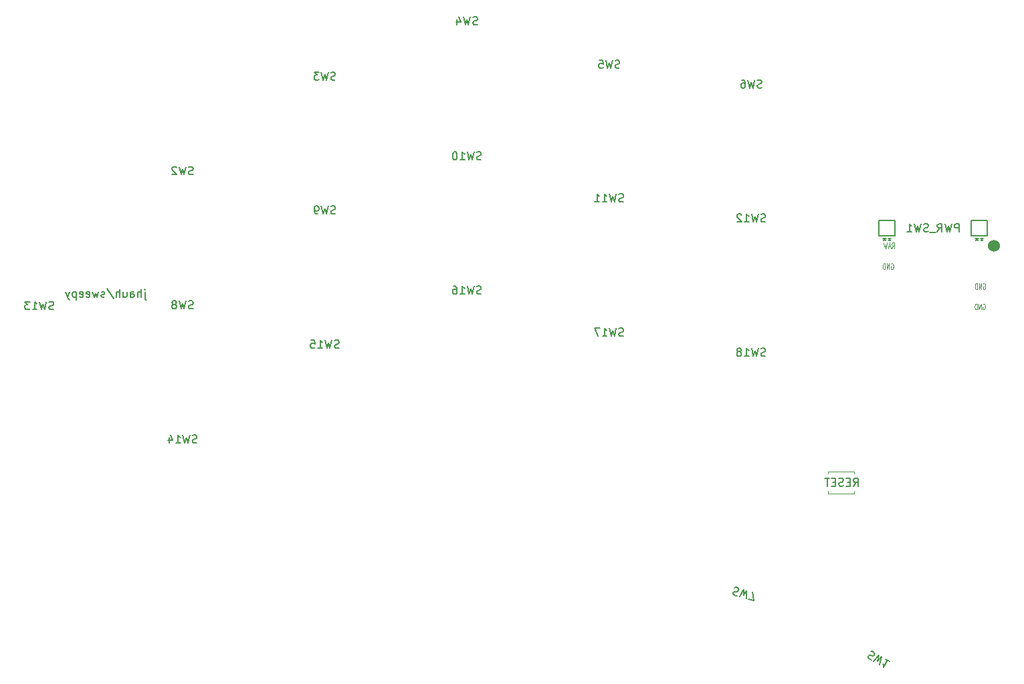
<source format=gbr>
%TF.GenerationSoftware,KiCad,Pcbnew,(6.0.5)*%
%TF.CreationDate,2022-06-20T13:52:22+01:00*%
%TF.ProjectId,Sweepy,53776565-7079-42e6-9b69-6361645f7063,rev?*%
%TF.SameCoordinates,Original*%
%TF.FileFunction,Legend,Bot*%
%TF.FilePolarity,Positive*%
%FSLAX46Y46*%
G04 Gerber Fmt 4.6, Leading zero omitted, Abs format (unit mm)*
G04 Created by KiCad (PCBNEW (6.0.5)) date 2022-06-20 13:52:22*
%MOMM*%
%LPD*%
G01*
G04 APERTURE LIST*
%ADD10C,0.150000*%
%ADD11C,0.125000*%
%ADD12C,0.120000*%
%ADD13C,1.524000*%
G04 APERTURE END LIST*
D10*
X38262805Y-58512139D02*
X38262805Y-59369282D01*
X38310425Y-59464520D01*
X38405663Y-59512139D01*
X38453282Y-59512139D01*
X38262805Y-58178805D02*
X38310425Y-58226425D01*
X38262805Y-58274044D01*
X38215186Y-58226425D01*
X38262805Y-58178805D01*
X38262805Y-58274044D01*
X37786615Y-59178805D02*
X37786615Y-58178805D01*
X37358044Y-59178805D02*
X37358044Y-58654996D01*
X37405663Y-58559758D01*
X37500901Y-58512139D01*
X37643758Y-58512139D01*
X37738996Y-58559758D01*
X37786615Y-58607377D01*
X36453282Y-59178805D02*
X36453282Y-58654996D01*
X36500901Y-58559758D01*
X36596139Y-58512139D01*
X36786615Y-58512139D01*
X36881853Y-58559758D01*
X36453282Y-59131186D02*
X36548520Y-59178805D01*
X36786615Y-59178805D01*
X36881853Y-59131186D01*
X36929472Y-59035948D01*
X36929472Y-58940710D01*
X36881853Y-58845472D01*
X36786615Y-58797853D01*
X36548520Y-58797853D01*
X36453282Y-58750234D01*
X35548520Y-58512139D02*
X35548520Y-59178805D01*
X35977091Y-58512139D02*
X35977091Y-59035948D01*
X35929472Y-59131186D01*
X35834234Y-59178805D01*
X35691377Y-59178805D01*
X35596139Y-59131186D01*
X35548520Y-59083567D01*
X35072329Y-59178805D02*
X35072329Y-58178805D01*
X34643758Y-59178805D02*
X34643758Y-58654996D01*
X34691377Y-58559758D01*
X34786615Y-58512139D01*
X34929472Y-58512139D01*
X35024710Y-58559758D01*
X35072329Y-58607377D01*
X33453282Y-58131186D02*
X34310425Y-59416901D01*
X33167567Y-59131186D02*
X33072329Y-59178805D01*
X32881853Y-59178805D01*
X32786615Y-59131186D01*
X32738996Y-59035948D01*
X32738996Y-58988329D01*
X32786615Y-58893091D01*
X32881853Y-58845472D01*
X33024710Y-58845472D01*
X33119948Y-58797853D01*
X33167567Y-58702615D01*
X33167567Y-58654996D01*
X33119948Y-58559758D01*
X33024710Y-58512139D01*
X32881853Y-58512139D01*
X32786615Y-58559758D01*
X32405663Y-58512139D02*
X32215186Y-59178805D01*
X32024710Y-58702615D01*
X31834234Y-59178805D01*
X31643758Y-58512139D01*
X30881853Y-59131186D02*
X30977091Y-59178805D01*
X31167567Y-59178805D01*
X31262805Y-59131186D01*
X31310425Y-59035948D01*
X31310425Y-58654996D01*
X31262805Y-58559758D01*
X31167567Y-58512139D01*
X30977091Y-58512139D01*
X30881853Y-58559758D01*
X30834234Y-58654996D01*
X30834234Y-58750234D01*
X31310425Y-58845472D01*
X30024710Y-59131186D02*
X30119948Y-59178805D01*
X30310424Y-59178805D01*
X30405663Y-59131186D01*
X30453282Y-59035948D01*
X30453282Y-58654996D01*
X30405663Y-58559758D01*
X30310424Y-58512139D01*
X30119948Y-58512139D01*
X30024710Y-58559758D01*
X29977091Y-58654996D01*
X29977091Y-58750234D01*
X30453282Y-58845472D01*
X29548520Y-58512139D02*
X29548520Y-59512139D01*
X29548520Y-58559758D02*
X29453282Y-58512139D01*
X29262805Y-58512139D01*
X29167567Y-58559758D01*
X29119948Y-58607377D01*
X29072329Y-58702615D01*
X29072329Y-58988329D01*
X29119948Y-59083567D01*
X29167567Y-59131186D01*
X29262805Y-59178805D01*
X29453282Y-59178805D01*
X29548520Y-59131186D01*
X28738996Y-58512139D02*
X28500901Y-59178805D01*
X28262805Y-58512139D02*
X28500901Y-59178805D01*
X28596139Y-59416901D01*
X28643758Y-59464520D01*
X28738996Y-59512139D01*
D11*
%TO.C,U1*%
X132822773Y-53018497D02*
X132989439Y-52661354D01*
X133108487Y-53018497D02*
X133108487Y-52268497D01*
X132918011Y-52268497D01*
X132870392Y-52304212D01*
X132846582Y-52339926D01*
X132822773Y-52411354D01*
X132822773Y-52518497D01*
X132846582Y-52589926D01*
X132870392Y-52625640D01*
X132918011Y-52661354D01*
X133108487Y-52661354D01*
X132632296Y-52804212D02*
X132394201Y-52804212D01*
X132679915Y-53018497D02*
X132513249Y-52268497D01*
X132346582Y-53018497D01*
X132227535Y-52268497D02*
X132108487Y-53018497D01*
X132013249Y-52482783D01*
X131918011Y-53018497D01*
X131798963Y-52268497D01*
X132728487Y-54944212D02*
X132776106Y-54908497D01*
X132847535Y-54908497D01*
X132918963Y-54944212D01*
X132966582Y-55015640D01*
X132990392Y-55087069D01*
X133014201Y-55229926D01*
X133014201Y-55337069D01*
X132990392Y-55479926D01*
X132966582Y-55551354D01*
X132918963Y-55622783D01*
X132847535Y-55658497D01*
X132799915Y-55658497D01*
X132728487Y-55622783D01*
X132704677Y-55587069D01*
X132704677Y-55337069D01*
X132799915Y-55337069D01*
X132490392Y-55658497D02*
X132490392Y-54908497D01*
X132204677Y-55658497D01*
X132204677Y-54908497D01*
X131966582Y-55658497D02*
X131966582Y-54908497D01*
X131847535Y-54908497D01*
X131776106Y-54944212D01*
X131728487Y-55015640D01*
X131704677Y-55087069D01*
X131680868Y-55229926D01*
X131680868Y-55337069D01*
X131704677Y-55479926D01*
X131728487Y-55551354D01*
X131776106Y-55622783D01*
X131847535Y-55658497D01*
X131966582Y-55658497D01*
D10*
D11*
X144378487Y-57474212D02*
X144426106Y-57438497D01*
X144497535Y-57438497D01*
X144568963Y-57474212D01*
X144616582Y-57545640D01*
X144640392Y-57617069D01*
X144664201Y-57759926D01*
X144664201Y-57867069D01*
X144640392Y-58009926D01*
X144616582Y-58081354D01*
X144568963Y-58152783D01*
X144497535Y-58188497D01*
X144449915Y-58188497D01*
X144378487Y-58152783D01*
X144354677Y-58117069D01*
X144354677Y-57867069D01*
X144449915Y-57867069D01*
X144140392Y-58188497D02*
X144140392Y-57438497D01*
X143854677Y-58188497D01*
X143854677Y-57438497D01*
X143616582Y-58188497D02*
X143616582Y-57438497D01*
X143497535Y-57438497D01*
X143426106Y-57474212D01*
X143378487Y-57545640D01*
X143354677Y-57617069D01*
X143330868Y-57759926D01*
X143330868Y-57867069D01*
X143354677Y-58009926D01*
X143378487Y-58081354D01*
X143426106Y-58152783D01*
X143497535Y-58188497D01*
X143616582Y-58188497D01*
X144358487Y-60054212D02*
X144406106Y-60018497D01*
X144477535Y-60018497D01*
X144548963Y-60054212D01*
X144596582Y-60125640D01*
X144620392Y-60197069D01*
X144644201Y-60339926D01*
X144644201Y-60447069D01*
X144620392Y-60589926D01*
X144596582Y-60661354D01*
X144548963Y-60732783D01*
X144477535Y-60768497D01*
X144429915Y-60768497D01*
X144358487Y-60732783D01*
X144334677Y-60697069D01*
X144334677Y-60447069D01*
X144429915Y-60447069D01*
X144120392Y-60768497D02*
X144120392Y-60018497D01*
X143834677Y-60768497D01*
X143834677Y-60018497D01*
X143596582Y-60768497D02*
X143596582Y-60018497D01*
X143477535Y-60018497D01*
X143406106Y-60054212D01*
X143358487Y-60125640D01*
X143334677Y-60197069D01*
X143310868Y-60339926D01*
X143310868Y-60447069D01*
X143334677Y-60589926D01*
X143358487Y-60661354D01*
X143406106Y-60732783D01*
X143477535Y-60768497D01*
X143596582Y-60768497D01*
D10*
%TO.C,SW16*%
X80845058Y-58755973D02*
X80702201Y-58803592D01*
X80464106Y-58803592D01*
X80368868Y-58755973D01*
X80321249Y-58708354D01*
X80273630Y-58613116D01*
X80273630Y-58517878D01*
X80321249Y-58422640D01*
X80368868Y-58375021D01*
X80464106Y-58327402D01*
X80654582Y-58279783D01*
X80749820Y-58232164D01*
X80797439Y-58184545D01*
X80845058Y-58089307D01*
X80845058Y-57994069D01*
X80797439Y-57898831D01*
X80749820Y-57851212D01*
X80654582Y-57803592D01*
X80416487Y-57803592D01*
X80273630Y-57851212D01*
X79940296Y-57803592D02*
X79702201Y-58803592D01*
X79511725Y-58089307D01*
X79321249Y-58803592D01*
X79083154Y-57803592D01*
X78178392Y-58803592D02*
X78749820Y-58803592D01*
X78464106Y-58803592D02*
X78464106Y-57803592D01*
X78559344Y-57946450D01*
X78654582Y-58041688D01*
X78749820Y-58089307D01*
X77321249Y-57803592D02*
X77511725Y-57803592D01*
X77606963Y-57851212D01*
X77654582Y-57898831D01*
X77749820Y-58041688D01*
X77797439Y-58232164D01*
X77797439Y-58613116D01*
X77749820Y-58708354D01*
X77702201Y-58755973D01*
X77606963Y-58803592D01*
X77416487Y-58803592D01*
X77321249Y-58755973D01*
X77273630Y-58708354D01*
X77226011Y-58613116D01*
X77226011Y-58375021D01*
X77273630Y-58279783D01*
X77321249Y-58232164D01*
X77416487Y-58184545D01*
X77606963Y-58184545D01*
X77702201Y-58232164D01*
X77749820Y-58279783D01*
X77797439Y-58375021D01*
%TO.C,SW1*%
X130200386Y-104072171D02*
X130347913Y-104102360D01*
X130554110Y-104221408D01*
X130612779Y-104310266D01*
X130630209Y-104375315D01*
X130623829Y-104481603D01*
X130576210Y-104564082D01*
X130487352Y-104622751D01*
X130422303Y-104640180D01*
X130316015Y-104633801D01*
X130127248Y-104579802D01*
X130020960Y-104573422D01*
X129955911Y-104590852D01*
X129867053Y-104649521D01*
X129819434Y-104732000D01*
X129813054Y-104838288D01*
X129830484Y-104903337D01*
X129889153Y-104992195D01*
X130095349Y-105111243D01*
X130242877Y-105141432D01*
X130507742Y-105349338D02*
X131213939Y-104602360D01*
X131021753Y-105316188D01*
X131543853Y-104792836D01*
X131250050Y-105777909D01*
X132533597Y-105364265D02*
X132038725Y-105078550D01*
X132286161Y-105221408D02*
X131786161Y-106087433D01*
X131775111Y-105916096D01*
X131740251Y-105785998D01*
X131681582Y-105697140D01*
%TO.C,SW15*%
X62845058Y-65613973D02*
X62702201Y-65661592D01*
X62464106Y-65661592D01*
X62368868Y-65613973D01*
X62321249Y-65566354D01*
X62273630Y-65471116D01*
X62273630Y-65375878D01*
X62321249Y-65280640D01*
X62368868Y-65233021D01*
X62464106Y-65185402D01*
X62654582Y-65137783D01*
X62749820Y-65090164D01*
X62797439Y-65042545D01*
X62845058Y-64947307D01*
X62845058Y-64852069D01*
X62797439Y-64756831D01*
X62749820Y-64709212D01*
X62654582Y-64661592D01*
X62416487Y-64661592D01*
X62273630Y-64709212D01*
X61940296Y-64661592D02*
X61702201Y-65661592D01*
X61511725Y-64947307D01*
X61321249Y-65661592D01*
X61083154Y-64661592D01*
X60178392Y-65661592D02*
X60749820Y-65661592D01*
X60464106Y-65661592D02*
X60464106Y-64661592D01*
X60559344Y-64804450D01*
X60654582Y-64899688D01*
X60749820Y-64947307D01*
X59273630Y-64661592D02*
X59749820Y-64661592D01*
X59797439Y-65137783D01*
X59749820Y-65090164D01*
X59654582Y-65042545D01*
X59416487Y-65042545D01*
X59321249Y-65090164D01*
X59273630Y-65137783D01*
X59226011Y-65233021D01*
X59226011Y-65471116D01*
X59273630Y-65566354D01*
X59321249Y-65613973D01*
X59416487Y-65661592D01*
X59654582Y-65661592D01*
X59749820Y-65613973D01*
X59797439Y-65566354D01*
%TO.C,SW13*%
X26709948Y-60721186D02*
X26567091Y-60768805D01*
X26328996Y-60768805D01*
X26233758Y-60721186D01*
X26186139Y-60673567D01*
X26138520Y-60578329D01*
X26138520Y-60483091D01*
X26186139Y-60387853D01*
X26233758Y-60340234D01*
X26328996Y-60292615D01*
X26519472Y-60244996D01*
X26614710Y-60197377D01*
X26662329Y-60149758D01*
X26709948Y-60054520D01*
X26709948Y-59959282D01*
X26662329Y-59864044D01*
X26614710Y-59816425D01*
X26519472Y-59768805D01*
X26281377Y-59768805D01*
X26138520Y-59816425D01*
X25805186Y-59768805D02*
X25567091Y-60768805D01*
X25376615Y-60054520D01*
X25186139Y-60768805D01*
X24948044Y-59768805D01*
X24043282Y-60768805D02*
X24614710Y-60768805D01*
X24328996Y-60768805D02*
X24328996Y-59768805D01*
X24424234Y-59911663D01*
X24519472Y-60006901D01*
X24614710Y-60054520D01*
X23709948Y-59768805D02*
X23090901Y-59768805D01*
X23424234Y-60149758D01*
X23281377Y-60149758D01*
X23186139Y-60197377D01*
X23138520Y-60244996D01*
X23090901Y-60340234D01*
X23090901Y-60578329D01*
X23138520Y-60673567D01*
X23186139Y-60721186D01*
X23281377Y-60768805D01*
X23567091Y-60768805D01*
X23662329Y-60721186D01*
X23709948Y-60673567D01*
%TO.C,SW17*%
X98845058Y-64089973D02*
X98702201Y-64137592D01*
X98464106Y-64137592D01*
X98368868Y-64089973D01*
X98321249Y-64042354D01*
X98273630Y-63947116D01*
X98273630Y-63851878D01*
X98321249Y-63756640D01*
X98368868Y-63709021D01*
X98464106Y-63661402D01*
X98654582Y-63613783D01*
X98749820Y-63566164D01*
X98797439Y-63518545D01*
X98845058Y-63423307D01*
X98845058Y-63328069D01*
X98797439Y-63232831D01*
X98749820Y-63185212D01*
X98654582Y-63137592D01*
X98416487Y-63137592D01*
X98273630Y-63185212D01*
X97940296Y-63137592D02*
X97702201Y-64137592D01*
X97511725Y-63423307D01*
X97321249Y-64137592D01*
X97083154Y-63137592D01*
X96178392Y-64137592D02*
X96749820Y-64137592D01*
X96464106Y-64137592D02*
X96464106Y-63137592D01*
X96559344Y-63280450D01*
X96654582Y-63375688D01*
X96749820Y-63423307D01*
X95845058Y-63137592D02*
X95178392Y-63137592D01*
X95606963Y-64137592D01*
%TO.C,SW18*%
X116825058Y-66629973D02*
X116682201Y-66677592D01*
X116444106Y-66677592D01*
X116348868Y-66629973D01*
X116301249Y-66582354D01*
X116253630Y-66487116D01*
X116253630Y-66391878D01*
X116301249Y-66296640D01*
X116348868Y-66249021D01*
X116444106Y-66201402D01*
X116634582Y-66153783D01*
X116729820Y-66106164D01*
X116777439Y-66058545D01*
X116825058Y-65963307D01*
X116825058Y-65868069D01*
X116777439Y-65772831D01*
X116729820Y-65725212D01*
X116634582Y-65677592D01*
X116396487Y-65677592D01*
X116253630Y-65725212D01*
X115920296Y-65677592D02*
X115682201Y-66677592D01*
X115491725Y-65963307D01*
X115301249Y-66677592D01*
X115063154Y-65677592D01*
X114158392Y-66677592D02*
X114729820Y-66677592D01*
X114444106Y-66677592D02*
X114444106Y-65677592D01*
X114539344Y-65820450D01*
X114634582Y-65915688D01*
X114729820Y-65963307D01*
X113586963Y-66106164D02*
X113682201Y-66058545D01*
X113729820Y-66010926D01*
X113777439Y-65915688D01*
X113777439Y-65868069D01*
X113729820Y-65772831D01*
X113682201Y-65725212D01*
X113586963Y-65677592D01*
X113396487Y-65677592D01*
X113301249Y-65725212D01*
X113253630Y-65772831D01*
X113206011Y-65868069D01*
X113206011Y-65915688D01*
X113253630Y-66010926D01*
X113301249Y-66058545D01*
X113396487Y-66106164D01*
X113586963Y-66106164D01*
X113682201Y-66153783D01*
X113729820Y-66201402D01*
X113777439Y-66296640D01*
X113777439Y-66487116D01*
X113729820Y-66582354D01*
X113682201Y-66629973D01*
X113586963Y-66677592D01*
X113396487Y-66677592D01*
X113301249Y-66629973D01*
X113253630Y-66582354D01*
X113206011Y-66487116D01*
X113206011Y-66296640D01*
X113253630Y-66201402D01*
X113301249Y-66153783D01*
X113396487Y-66106164D01*
%TO.C,SW4*%
X80368868Y-24621973D02*
X80226011Y-24669592D01*
X79987915Y-24669592D01*
X79892677Y-24621973D01*
X79845058Y-24574354D01*
X79797439Y-24479116D01*
X79797439Y-24383878D01*
X79845058Y-24288640D01*
X79892677Y-24241021D01*
X79987915Y-24193402D01*
X80178392Y-24145783D01*
X80273630Y-24098164D01*
X80321249Y-24050545D01*
X80368868Y-23955307D01*
X80368868Y-23860069D01*
X80321249Y-23764831D01*
X80273630Y-23717212D01*
X80178392Y-23669592D01*
X79940296Y-23669592D01*
X79797439Y-23717212D01*
X79464106Y-23669592D02*
X79226011Y-24669592D01*
X79035535Y-23955307D01*
X78845058Y-24669592D01*
X78606963Y-23669592D01*
X77797439Y-24002926D02*
X77797439Y-24669592D01*
X78035535Y-23621973D02*
X78273630Y-24336259D01*
X77654582Y-24336259D01*
%TO.C,SW3*%
X62368868Y-31621973D02*
X62226011Y-31669592D01*
X61987915Y-31669592D01*
X61892677Y-31621973D01*
X61845058Y-31574354D01*
X61797439Y-31479116D01*
X61797439Y-31383878D01*
X61845058Y-31288640D01*
X61892677Y-31241021D01*
X61987915Y-31193402D01*
X62178392Y-31145783D01*
X62273630Y-31098164D01*
X62321249Y-31050545D01*
X62368868Y-30955307D01*
X62368868Y-30860069D01*
X62321249Y-30764831D01*
X62273630Y-30717212D01*
X62178392Y-30669592D01*
X61940296Y-30669592D01*
X61797439Y-30717212D01*
X61464106Y-30669592D02*
X61226011Y-31669592D01*
X61035535Y-30955307D01*
X60845058Y-31669592D01*
X60606963Y-30669592D01*
X60321249Y-30669592D02*
X59702201Y-30669592D01*
X60035535Y-31050545D01*
X59892677Y-31050545D01*
X59797439Y-31098164D01*
X59749820Y-31145783D01*
X59702201Y-31241021D01*
X59702201Y-31479116D01*
X59749820Y-31574354D01*
X59797439Y-31621973D01*
X59892677Y-31669592D01*
X60178392Y-31669592D01*
X60273630Y-31621973D01*
X60321249Y-31574354D01*
%TO.C,SW9*%
X62368868Y-48595973D02*
X62226011Y-48643592D01*
X61987915Y-48643592D01*
X61892677Y-48595973D01*
X61845058Y-48548354D01*
X61797439Y-48453116D01*
X61797439Y-48357878D01*
X61845058Y-48262640D01*
X61892677Y-48215021D01*
X61987915Y-48167402D01*
X62178392Y-48119783D01*
X62273630Y-48072164D01*
X62321249Y-48024545D01*
X62368868Y-47929307D01*
X62368868Y-47834069D01*
X62321249Y-47738831D01*
X62273630Y-47691212D01*
X62178392Y-47643592D01*
X61940296Y-47643592D01*
X61797439Y-47691212D01*
X61464106Y-47643592D02*
X61226011Y-48643592D01*
X61035535Y-47929307D01*
X60845058Y-48643592D01*
X60606963Y-47643592D01*
X60178392Y-48643592D02*
X59987915Y-48643592D01*
X59892677Y-48595973D01*
X59845058Y-48548354D01*
X59749820Y-48405497D01*
X59702201Y-48215021D01*
X59702201Y-47834069D01*
X59749820Y-47738831D01*
X59797439Y-47691212D01*
X59892677Y-47643592D01*
X60083154Y-47643592D01*
X60178392Y-47691212D01*
X60226011Y-47738831D01*
X60273630Y-47834069D01*
X60273630Y-48072164D01*
X60226011Y-48167402D01*
X60178392Y-48215021D01*
X60083154Y-48262640D01*
X59892677Y-48262640D01*
X59797439Y-48215021D01*
X59749820Y-48167402D01*
X59702201Y-48072164D01*
%TO.C,SW14*%
X44845058Y-77621973D02*
X44702201Y-77669592D01*
X44464106Y-77669592D01*
X44368868Y-77621973D01*
X44321249Y-77574354D01*
X44273630Y-77479116D01*
X44273630Y-77383878D01*
X44321249Y-77288640D01*
X44368868Y-77241021D01*
X44464106Y-77193402D01*
X44654582Y-77145783D01*
X44749820Y-77098164D01*
X44797439Y-77050545D01*
X44845058Y-76955307D01*
X44845058Y-76860069D01*
X44797439Y-76764831D01*
X44749820Y-76717212D01*
X44654582Y-76669592D01*
X44416487Y-76669592D01*
X44273630Y-76717212D01*
X43940296Y-76669592D02*
X43702201Y-77669592D01*
X43511725Y-76955307D01*
X43321249Y-77669592D01*
X43083154Y-76669592D01*
X42178392Y-77669592D02*
X42749820Y-77669592D01*
X42464106Y-77669592D02*
X42464106Y-76669592D01*
X42559344Y-76812450D01*
X42654582Y-76907688D01*
X42749820Y-76955307D01*
X41321249Y-77002926D02*
X41321249Y-77669592D01*
X41559344Y-76621973D02*
X41797439Y-77336259D01*
X41178392Y-77336259D01*
%TO.C,SW12*%
X116825058Y-49611973D02*
X116682201Y-49659592D01*
X116444106Y-49659592D01*
X116348868Y-49611973D01*
X116301249Y-49564354D01*
X116253630Y-49469116D01*
X116253630Y-49373878D01*
X116301249Y-49278640D01*
X116348868Y-49231021D01*
X116444106Y-49183402D01*
X116634582Y-49135783D01*
X116729820Y-49088164D01*
X116777439Y-49040545D01*
X116825058Y-48945307D01*
X116825058Y-48850069D01*
X116777439Y-48754831D01*
X116729820Y-48707212D01*
X116634582Y-48659592D01*
X116396487Y-48659592D01*
X116253630Y-48707212D01*
X115920296Y-48659592D02*
X115682201Y-49659592D01*
X115491725Y-48945307D01*
X115301249Y-49659592D01*
X115063154Y-48659592D01*
X114158392Y-49659592D02*
X114729820Y-49659592D01*
X114444106Y-49659592D02*
X114444106Y-48659592D01*
X114539344Y-48802450D01*
X114634582Y-48897688D01*
X114729820Y-48945307D01*
X113777439Y-48754831D02*
X113729820Y-48707212D01*
X113634582Y-48659592D01*
X113396487Y-48659592D01*
X113301249Y-48707212D01*
X113253630Y-48754831D01*
X113206011Y-48850069D01*
X113206011Y-48945307D01*
X113253630Y-49088164D01*
X113825058Y-49659592D01*
X113206011Y-49659592D01*
%TO.C,SW11*%
X98845058Y-47071973D02*
X98702201Y-47119592D01*
X98464106Y-47119592D01*
X98368868Y-47071973D01*
X98321249Y-47024354D01*
X98273630Y-46929116D01*
X98273630Y-46833878D01*
X98321249Y-46738640D01*
X98368868Y-46691021D01*
X98464106Y-46643402D01*
X98654582Y-46595783D01*
X98749820Y-46548164D01*
X98797439Y-46500545D01*
X98845058Y-46405307D01*
X98845058Y-46310069D01*
X98797439Y-46214831D01*
X98749820Y-46167212D01*
X98654582Y-46119592D01*
X98416487Y-46119592D01*
X98273630Y-46167212D01*
X97940296Y-46119592D02*
X97702201Y-47119592D01*
X97511725Y-46405307D01*
X97321249Y-47119592D01*
X97083154Y-46119592D01*
X96178392Y-47119592D02*
X96749820Y-47119592D01*
X96464106Y-47119592D02*
X96464106Y-46119592D01*
X96559344Y-46262450D01*
X96654582Y-46357688D01*
X96749820Y-46405307D01*
X95226011Y-47119592D02*
X95797439Y-47119592D01*
X95511725Y-47119592D02*
X95511725Y-46119592D01*
X95606963Y-46262450D01*
X95702201Y-46357688D01*
X95797439Y-46405307D01*
%TO.C,SW8*%
X44368868Y-60621973D02*
X44226011Y-60669592D01*
X43987915Y-60669592D01*
X43892677Y-60621973D01*
X43845058Y-60574354D01*
X43797439Y-60479116D01*
X43797439Y-60383878D01*
X43845058Y-60288640D01*
X43892677Y-60241021D01*
X43987915Y-60193402D01*
X44178392Y-60145783D01*
X44273630Y-60098164D01*
X44321249Y-60050545D01*
X44368868Y-59955307D01*
X44368868Y-59860069D01*
X44321249Y-59764831D01*
X44273630Y-59717212D01*
X44178392Y-59669592D01*
X43940296Y-59669592D01*
X43797439Y-59717212D01*
X43464106Y-59669592D02*
X43226011Y-60669592D01*
X43035535Y-59955307D01*
X42845058Y-60669592D01*
X42606963Y-59669592D01*
X42083154Y-60098164D02*
X42178392Y-60050545D01*
X42226011Y-60002926D01*
X42273630Y-59907688D01*
X42273630Y-59860069D01*
X42226011Y-59764831D01*
X42178392Y-59717212D01*
X42083154Y-59669592D01*
X41892677Y-59669592D01*
X41797439Y-59717212D01*
X41749820Y-59764831D01*
X41702201Y-59860069D01*
X41702201Y-59907688D01*
X41749820Y-60002926D01*
X41797439Y-60050545D01*
X41892677Y-60098164D01*
X42083154Y-60098164D01*
X42178392Y-60145783D01*
X42226011Y-60193402D01*
X42273630Y-60288640D01*
X42273630Y-60479116D01*
X42226011Y-60574354D01*
X42178392Y-60621973D01*
X42083154Y-60669592D01*
X41892677Y-60669592D01*
X41797439Y-60621973D01*
X41749820Y-60574354D01*
X41702201Y-60479116D01*
X41702201Y-60288640D01*
X41749820Y-60193402D01*
X41797439Y-60145783D01*
X41892677Y-60098164D01*
%TO.C,SW6*%
X116368868Y-32621973D02*
X116226011Y-32669592D01*
X115987915Y-32669592D01*
X115892677Y-32621973D01*
X115845058Y-32574354D01*
X115797439Y-32479116D01*
X115797439Y-32383878D01*
X115845058Y-32288640D01*
X115892677Y-32241021D01*
X115987915Y-32193402D01*
X116178392Y-32145783D01*
X116273630Y-32098164D01*
X116321249Y-32050545D01*
X116368868Y-31955307D01*
X116368868Y-31860069D01*
X116321249Y-31764831D01*
X116273630Y-31717212D01*
X116178392Y-31669592D01*
X115940296Y-31669592D01*
X115797439Y-31717212D01*
X115464106Y-31669592D02*
X115226011Y-32669592D01*
X115035535Y-31955307D01*
X114845058Y-32669592D01*
X114606963Y-31669592D01*
X113797439Y-31669592D02*
X113987915Y-31669592D01*
X114083154Y-31717212D01*
X114130773Y-31764831D01*
X114226011Y-31907688D01*
X114273630Y-32098164D01*
X114273630Y-32479116D01*
X114226011Y-32574354D01*
X114178392Y-32621973D01*
X114083154Y-32669592D01*
X113892677Y-32669592D01*
X113797439Y-32621973D01*
X113749820Y-32574354D01*
X113702201Y-32479116D01*
X113702201Y-32241021D01*
X113749820Y-32145783D01*
X113797439Y-32098164D01*
X113892677Y-32050545D01*
X114083154Y-32050545D01*
X114178392Y-32098164D01*
X114226011Y-32145783D01*
X114273630Y-32241021D01*
%TO.C,SW5*%
X98368868Y-30121973D02*
X98226011Y-30169592D01*
X97987915Y-30169592D01*
X97892677Y-30121973D01*
X97845058Y-30074354D01*
X97797439Y-29979116D01*
X97797439Y-29883878D01*
X97845058Y-29788640D01*
X97892677Y-29741021D01*
X97987915Y-29693402D01*
X98178392Y-29645783D01*
X98273630Y-29598164D01*
X98321249Y-29550545D01*
X98368868Y-29455307D01*
X98368868Y-29360069D01*
X98321249Y-29264831D01*
X98273630Y-29217212D01*
X98178392Y-29169592D01*
X97940296Y-29169592D01*
X97797439Y-29217212D01*
X97464106Y-29169592D02*
X97226011Y-30169592D01*
X97035535Y-29455307D01*
X96845058Y-30169592D01*
X96606963Y-29169592D01*
X95749820Y-29169592D02*
X96226011Y-29169592D01*
X96273630Y-29645783D01*
X96226011Y-29598164D01*
X96130773Y-29550545D01*
X95892677Y-29550545D01*
X95797439Y-29598164D01*
X95749820Y-29645783D01*
X95702201Y-29741021D01*
X95702201Y-29979116D01*
X95749820Y-30074354D01*
X95797439Y-30121973D01*
X95892677Y-30169592D01*
X96130773Y-30169592D01*
X96226011Y-30121973D01*
X96273630Y-30074354D01*
%TO.C,SW2*%
X44368868Y-43621973D02*
X44226011Y-43669592D01*
X43987915Y-43669592D01*
X43892677Y-43621973D01*
X43845058Y-43574354D01*
X43797439Y-43479116D01*
X43797439Y-43383878D01*
X43845058Y-43288640D01*
X43892677Y-43241021D01*
X43987915Y-43193402D01*
X44178392Y-43145783D01*
X44273630Y-43098164D01*
X44321249Y-43050545D01*
X44368868Y-42955307D01*
X44368868Y-42860069D01*
X44321249Y-42764831D01*
X44273630Y-42717212D01*
X44178392Y-42669592D01*
X43940296Y-42669592D01*
X43797439Y-42717212D01*
X43464106Y-42669592D02*
X43226011Y-43669592D01*
X43035535Y-42955307D01*
X42845058Y-43669592D01*
X42606963Y-42669592D01*
X42273630Y-42764831D02*
X42226011Y-42717212D01*
X42130773Y-42669592D01*
X41892677Y-42669592D01*
X41797439Y-42717212D01*
X41749820Y-42764831D01*
X41702201Y-42860069D01*
X41702201Y-42955307D01*
X41749820Y-43098164D01*
X42321249Y-43669592D01*
X41702201Y-43669592D01*
%TO.C,RSW1*%
X127958915Y-83145592D02*
X128292249Y-82669402D01*
X128530344Y-83145592D02*
X128530344Y-82145592D01*
X128149392Y-82145592D01*
X128054154Y-82193212D01*
X128006535Y-82240831D01*
X127958915Y-82336069D01*
X127958915Y-82478926D01*
X128006535Y-82574164D01*
X128054154Y-82621783D01*
X128149392Y-82669402D01*
X128530344Y-82669402D01*
X127530344Y-82621783D02*
X127197011Y-82621783D01*
X127054154Y-83145592D02*
X127530344Y-83145592D01*
X127530344Y-82145592D01*
X127054154Y-82145592D01*
X126673201Y-83097973D02*
X126530344Y-83145592D01*
X126292249Y-83145592D01*
X126197011Y-83097973D01*
X126149392Y-83050354D01*
X126101773Y-82955116D01*
X126101773Y-82859878D01*
X126149392Y-82764640D01*
X126197011Y-82717021D01*
X126292249Y-82669402D01*
X126482725Y-82621783D01*
X126577963Y-82574164D01*
X126625582Y-82526545D01*
X126673201Y-82431307D01*
X126673201Y-82336069D01*
X126625582Y-82240831D01*
X126577963Y-82193212D01*
X126482725Y-82145592D01*
X126244630Y-82145592D01*
X126101773Y-82193212D01*
X125673201Y-82621783D02*
X125339868Y-82621783D01*
X125197011Y-83145592D02*
X125673201Y-83145592D01*
X125673201Y-82145592D01*
X125197011Y-82145592D01*
X124911296Y-82145592D02*
X124339868Y-82145592D01*
X124625582Y-83145592D02*
X124625582Y-82145592D01*
%TO.C,SW10*%
X80845058Y-41737973D02*
X80702201Y-41785592D01*
X80464106Y-41785592D01*
X80368868Y-41737973D01*
X80321249Y-41690354D01*
X80273630Y-41595116D01*
X80273630Y-41499878D01*
X80321249Y-41404640D01*
X80368868Y-41357021D01*
X80464106Y-41309402D01*
X80654582Y-41261783D01*
X80749820Y-41214164D01*
X80797439Y-41166545D01*
X80845058Y-41071307D01*
X80845058Y-40976069D01*
X80797439Y-40880831D01*
X80749820Y-40833212D01*
X80654582Y-40785592D01*
X80416487Y-40785592D01*
X80273630Y-40833212D01*
X79940296Y-40785592D02*
X79702201Y-41785592D01*
X79511725Y-41071307D01*
X79321249Y-41785592D01*
X79083154Y-40785592D01*
X78178392Y-41785592D02*
X78749820Y-41785592D01*
X78464106Y-41785592D02*
X78464106Y-40785592D01*
X78559344Y-40928450D01*
X78654582Y-41023688D01*
X78749820Y-41071307D01*
X77559344Y-40785592D02*
X77464106Y-40785592D01*
X77368868Y-40833212D01*
X77321249Y-40880831D01*
X77273630Y-40976069D01*
X77226011Y-41166545D01*
X77226011Y-41404640D01*
X77273630Y-41595116D01*
X77321249Y-41690354D01*
X77368868Y-41737973D01*
X77464106Y-41785592D01*
X77559344Y-41785592D01*
X77654582Y-41737973D01*
X77702201Y-41690354D01*
X77749820Y-41595116D01*
X77797439Y-41404640D01*
X77797439Y-41166545D01*
X77749820Y-40976069D01*
X77702201Y-40880831D01*
X77654582Y-40833212D01*
X77559344Y-40785592D01*
%TO.C,BT_V1*%
X144215173Y-51641107D02*
X144215173Y-51834631D01*
X144408696Y-51757221D02*
X144215173Y-51834631D01*
X144021649Y-51757221D01*
X144331287Y-51989450D02*
X144215173Y-51834631D01*
X144099058Y-51989450D01*
X143595896Y-51641107D02*
X143595896Y-51834631D01*
X143789420Y-51757221D02*
X143595896Y-51834631D01*
X143402373Y-51757221D01*
X143712011Y-51989450D02*
X143595896Y-51834631D01*
X143479782Y-51989450D01*
%TO.C,BT_GND1*%
X132531173Y-51641107D02*
X132531173Y-51834631D01*
X132724696Y-51757221D02*
X132531173Y-51834631D01*
X132337649Y-51757221D01*
X132647287Y-51989450D02*
X132531173Y-51834631D01*
X132415058Y-51989450D01*
X131911896Y-51641107D02*
X131911896Y-51834631D01*
X132105420Y-51757221D02*
X131911896Y-51834631D01*
X131718373Y-51757221D01*
X132028011Y-51989450D02*
X131911896Y-51834631D01*
X131795782Y-51989450D01*
%TO.C,SW7*%
X112933939Y-95994710D02*
X113084254Y-95985688D01*
X113314236Y-96047312D01*
X113393904Y-96117958D01*
X113427576Y-96176279D01*
X113448923Y-96280596D01*
X113424274Y-96372589D01*
X113353628Y-96452258D01*
X113295306Y-96485929D01*
X113190989Y-96507276D01*
X112994678Y-96503974D01*
X112890361Y-96525321D01*
X112832039Y-96558993D01*
X112761393Y-96638661D01*
X112736744Y-96730654D01*
X112758091Y-96834972D01*
X112791763Y-96893293D01*
X112871431Y-96963939D01*
X113101413Y-97025562D01*
X113251727Y-97016540D01*
X113561378Y-97148809D02*
X114050179Y-96244507D01*
X114049295Y-96983753D01*
X114418151Y-96343105D01*
X114389314Y-97370654D01*
X114665293Y-97444603D02*
X115309244Y-97617149D01*
X115154095Y-96540300D01*
%TO.C,PWR_SW1*%
X141301630Y-50903592D02*
X141301630Y-49903592D01*
X140920677Y-49903592D01*
X140825439Y-49951212D01*
X140777820Y-49998831D01*
X140730201Y-50094069D01*
X140730201Y-50236926D01*
X140777820Y-50332164D01*
X140825439Y-50379783D01*
X140920677Y-50427402D01*
X141301630Y-50427402D01*
X140396868Y-49903592D02*
X140158773Y-50903592D01*
X139968296Y-50189307D01*
X139777820Y-50903592D01*
X139539725Y-49903592D01*
X138587344Y-50903592D02*
X138920677Y-50427402D01*
X139158773Y-50903592D02*
X139158773Y-49903592D01*
X138777820Y-49903592D01*
X138682582Y-49951212D01*
X138634963Y-49998831D01*
X138587344Y-50094069D01*
X138587344Y-50236926D01*
X138634963Y-50332164D01*
X138682582Y-50379783D01*
X138777820Y-50427402D01*
X139158773Y-50427402D01*
X138396868Y-50998831D02*
X137634963Y-50998831D01*
X137444487Y-50855973D02*
X137301630Y-50903592D01*
X137063535Y-50903592D01*
X136968296Y-50855973D01*
X136920677Y-50808354D01*
X136873058Y-50713116D01*
X136873058Y-50617878D01*
X136920677Y-50522640D01*
X136968296Y-50475021D01*
X137063535Y-50427402D01*
X137254011Y-50379783D01*
X137349249Y-50332164D01*
X137396868Y-50284545D01*
X137444487Y-50189307D01*
X137444487Y-50094069D01*
X137396868Y-49998831D01*
X137349249Y-49951212D01*
X137254011Y-49903592D01*
X137015915Y-49903592D01*
X136873058Y-49951212D01*
X136539725Y-49903592D02*
X136301630Y-50903592D01*
X136111154Y-50189307D01*
X135920677Y-50903592D01*
X135682582Y-49903592D01*
X134777820Y-50903592D02*
X135349249Y-50903592D01*
X135063535Y-50903592D02*
X135063535Y-49903592D01*
X135158773Y-50046450D01*
X135254011Y-50141688D01*
X135349249Y-50189307D01*
%TO.C,BT_V1*%
X144905535Y-51435212D02*
X142905535Y-51435212D01*
X144905535Y-49435212D02*
X144905535Y-51435212D01*
X142905535Y-49435212D02*
X144905535Y-49435212D01*
X142905535Y-51435212D02*
X142905535Y-49435212D01*
%TO.C,BT_GND1*%
X133221535Y-51435212D02*
X131221535Y-51435212D01*
X131221535Y-49435212D02*
X133221535Y-49435212D01*
X133221535Y-49435212D02*
X133221535Y-51435212D01*
X131221535Y-51435212D02*
X131221535Y-49435212D01*
D12*
%TO.C,RSW1*%
X124736802Y-81291637D02*
X128036802Y-81291637D01*
X128036802Y-84091637D02*
X128036802Y-83791637D01*
X128036802Y-81291637D02*
X128036802Y-81591637D01*
X124736802Y-83791637D02*
X124736802Y-84091637D01*
X124736802Y-81591637D02*
X124736802Y-81291637D01*
X124736802Y-84091637D02*
X128036802Y-84091637D01*
%TD*%
D13*
%TO.C,U1*%
X145728935Y-52721212D03*
%TD*%
M02*

</source>
